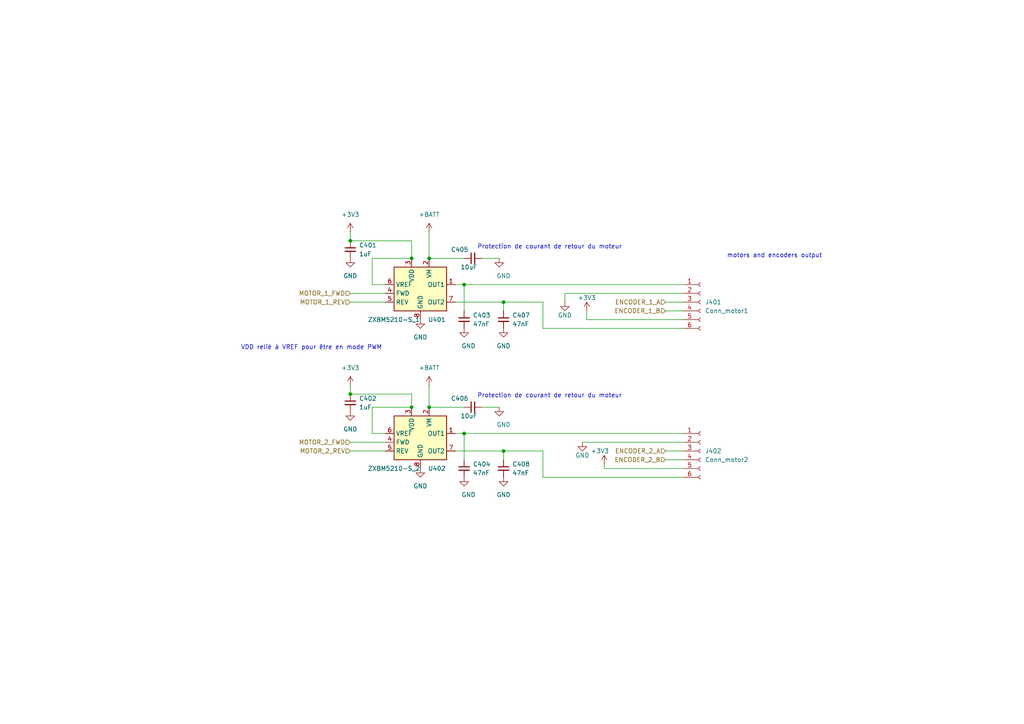
<source format=kicad_sch>
(kicad_sch (version 20230121) (generator eeschema)
  (paper "A4")
  (lib_symbols
    (symbol "Connector:Conn_01x06_Socket" (pin_names (offset 1.016) hide)
      (property "Reference" "J" (at 0 7.62 0))
      (property "Value" "Conn_01x06_Socket" (at 0 -10.16 0))
      (symbol "Conn_01x06_Socket_1_1"
        (arc (start 0 -7.112) (mid -0.5058 -7.62) (end 0 -8.128) (stroke (width 0.1524)))
        (arc (start 0 -4.572) (mid -0.5058 -5.08) (end 0 -5.588) (stroke (width 0.1524)))
        (arc (start 0 -2.032) (mid -0.5058 -2.54) (end 0 -3.048) (stroke (width 0.1524)))
        (polyline (pts (xy -1.27 -7.62) (xy -0.508 -7.62)) (stroke (width 0.1524)))
        (polyline (pts (xy -1.27 -5.08) (xy -0.508 -5.08)) (stroke (width 0.1524)))
        (polyline (pts (xy -1.27 -2.54) (xy -0.508 -2.54)) (stroke (width 0.1524)))
        (polyline (pts (xy -1.27 0) (xy -0.508 0)) (stroke (width 0.1524)))
        (polyline (pts (xy -1.27 2.54) (xy -0.508 2.54)) (stroke (width 0.1524)))
        (polyline (pts (xy -1.27 5.08) (xy -0.508 5.08)) (stroke (width 0.1524)))
        (arc (start 0 0.508) (mid -0.5058 0) (end 0 -0.508) (stroke (width 0.1524)))
        (arc (start 0 3.048) (mid -0.5058 2.54) (end 0 2.032) (stroke (width 0.1524)))
        (arc (start 0 5.588) (mid -0.5058 5.08) (end 0 4.572) (stroke (width 0.1524)))
        (pin passive line (at -5.08 5.08 0) (length 3.81) (name "Pin_1") (number "1"))
        (pin passive line (at -5.08 2.54 0) (length 3.81) (name "Pin_2") (number "2"))
        (pin passive line (at -5.08 0 0) (length 3.81) (name "Pin_3") (number "3"))
        (pin passive line (at -5.08 -2.54 0) (length 3.81) (name "Pin_4") (number "4"))
        (pin passive line (at -5.08 -5.08 0) (length 3.81) (name "Pin_5") (number "5"))
        (pin passive line (at -5.08 -7.62 0) (length 3.81) (name "Pin_6") (number "6"))
      )
    )
    (symbol "Device:C_Small" (pin_numbers hide) (pin_names (offset 0.254) hide)
      (property "Reference" "C" (at 0.254 1.778 0))
      (property "Value" "C_Small" (at 0.254 -2.032 0))
      (symbol "C_Small_0_1"
        (polyline (pts (xy -1.524 -0.508) (xy 1.524 -0.508)) (stroke (width 0.3302)))
        (polyline (pts (xy -1.524 0.508) (xy 1.524 0.508)) (stroke (width 0.3048)))
      )
      (symbol "C_Small_1_1"
        (pin passive line (at 0 2.54 270) (length 2.032) (name "~") (number "1"))
        (pin passive line (at 0 -2.54 90) (length 2.032) (name "~") (number "2"))
      )
    )
    (symbol "Driver_Motor:ZXBM5210-S"
      (property "Reference" "U" (at -7.62 8.89 0))
      (property "Value" "ZXBM5210-S" (at 10.16 8.89 0))
      (symbol "ZXBM5210-S_0_0"
        (pin output line (at 10.16 2.54 180) (length 2.54) (name "OUT1") (number "1"))
        (pin power_in line (at 2.54 10.16 270) (length 2.54) (name "VM") (number "2"))
        (pin power_in line (at -2.54 10.16 270) (length 2.54) (name "VDD") (number "3"))
        (pin input line (at -10.16 0 0) (length 2.54) (name "FWD") (number "4"))
        (pin input line (at -10.16 -2.54 0) (length 2.54) (name "REV") (number "5"))
        (pin input line (at -10.16 2.54 0) (length 2.54) (name "VREF") (number "6"))
        (pin output line (at 10.16 -2.54 180) (length 2.54) (name "OUT2") (number "7"))
        (pin power_in line (at 0 -7.62 90) (length 2.54) (name "GND") (number "8"))
      )
      (symbol "ZXBM5210-S_0_1"
        (rectangle (start -7.62 7.62) (end 7.62 -5.08) (stroke (width 0.254)) (fill (type background)))
      )
    )
    (symbol "power:+3V3" (power) (pin_names (offset 0))
      (property "Value" "+3V3" (at 0 3.556 0))
      (symbol "+3V3_0_1"
        (polyline (pts (xy -0.762 1.27) (xy 0 2.54)))
        (polyline (pts (xy 0 0) (xy 0 2.54)))
        (polyline (pts (xy 0 2.54) (xy 0.762 1.27)))
      )
      (symbol "+3V3_1_1"
        (pin power_in line (at 0 0 90) (length 0) hide (name "+3V3") (number "1"))
      )
    )
    (symbol "power:+BATT" (power) (pin_names (offset 0))
      (property "Value" "+BATT" (at 0 3.556 0))
      (symbol "+BATT_0_1"
        (polyline (pts (xy -0.762 1.27) (xy 0 2.54)))
        (polyline (pts (xy 0 0) (xy 0 2.54)))
        (polyline (pts (xy 0 2.54) (xy 0.762 1.27)))
      )
      (symbol "+BATT_1_1"
        (pin power_in line (at 0 0 90) (length 0) hide (name "+BATT") (number "1"))
      )
    )
    (symbol "power:GND" (power) (pin_names (offset 0))
      (property "Value" "GND" (at 0 -3.81 0))
      (symbol "GND_0_1"
        (polyline (pts (xy 0 0) (xy 0 -1.27) (xy 1.27 -1.27) (xy 0 -2.54) (xy -1.27 -1.27) (xy 0 -1.27)))
      )
      (symbol "GND_1_1"
        (pin power_in line (at 0 0 270) (length 0) hide (name "GND") (number "1"))
      )
    )
  )
  (junction (at 146.05 87.63))
  (junction (at 101.6 114.3))
  (junction (at 134.62 82.55))
  (junction (at 134.62 125.73))
  (junction (at 119.38 74.93))
  (junction (at 146.05 130.81))
  (junction (at 124.46 74.93))
  (junction (at 124.46 118.11))
  (junction (at 119.38 118.11))
  (junction (at 101.6 69.85))
  (wire (pts (xy 119.38 74.93) (xy 107.95 74.93)))
  (wire (pts (xy 107.95 74.93) (xy 107.95 82.55)))
  (wire (pts (xy 111.76 125.73) (xy 107.95 125.73)))
  (wire (pts (xy 198.12 92.71) (xy 170.18 92.71)))
  (wire (pts (xy 124.46 67.31) (xy 124.46 74.93)))
  (wire (pts (xy 144.78 118.11) (xy 139.7 118.11)))
  (wire (pts (xy 146.05 130.81) (xy 146.05 133.35)))
  (wire (pts (xy 119.38 69.85) (xy 119.38 74.93)))
  (wire (pts (xy 101.6 130.81) (xy 111.76 130.81)))
  (wire (pts (xy 132.08 125.73) (xy 134.62 125.73)))
  (wire (pts (xy 132.08 82.55) (xy 134.62 82.55)))
  (wire (pts (xy 119.38 118.11) (xy 107.95 118.11)))
  (wire (pts (xy 119.38 114.3) (xy 119.38 118.11)))
  (wire (pts (xy 111.76 82.55) (xy 107.95 82.55)))
  (wire (pts (xy 193.04 133.35) (xy 198.12 133.35)))
  (wire (pts (xy 144.78 74.93) (xy 139.7 74.93)))
  (wire (pts (xy 134.62 82.55) (xy 198.12 82.55)))
  (wire (pts (xy 193.04 130.81) (xy 198.12 130.81)))
  (wire (pts (xy 132.08 130.81) (xy 146.05 130.81)))
  (wire (pts (xy 101.6 85.09) (xy 111.76 85.09)))
  (wire (pts (xy 124.46 118.11) (xy 134.62 118.11)))
  (wire (pts (xy 193.04 87.63) (xy 198.12 87.63)))
  (wire (pts (xy 157.48 138.43) (xy 157.48 130.81)))
  (wire (pts (xy 101.6 69.85) (xy 119.38 69.85)))
  (wire (pts (xy 157.48 138.43) (xy 198.12 138.43)))
  (wire (pts (xy 157.48 95.25) (xy 198.12 95.25)))
  (wire (pts (xy 157.48 87.63) (xy 157.48 95.25)))
  (wire (pts (xy 101.6 111.76) (xy 101.6 114.3)))
  (wire (pts (xy 193.04 90.17) (xy 198.12 90.17)))
  (wire (pts (xy 134.62 90.17) (xy 134.62 82.55)))
  (wire (pts (xy 107.95 118.11) (xy 107.95 125.73)))
  (wire (pts (xy 101.6 128.27) (xy 111.76 128.27)))
  (wire (pts (xy 124.46 111.76) (xy 124.46 118.11)))
  (wire (pts (xy 101.6 87.63) (xy 111.76 87.63)))
  (wire (pts (xy 132.08 87.63) (xy 146.05 87.63)))
  (wire (pts (xy 175.26 134.62) (xy 175.26 135.89)))
  (wire (pts (xy 198.12 135.89) (xy 175.26 135.89)))
  (wire (pts (xy 134.62 125.73) (xy 198.12 125.73)))
  (wire (pts (xy 101.6 114.3) (xy 119.38 114.3)))
  (wire (pts (xy 146.05 87.63) (xy 157.48 87.63)))
  (wire (pts (xy 170.18 90.17) (xy 170.18 92.71)))
  (wire (pts (xy 124.46 74.93) (xy 134.62 74.93)))
  (wire (pts (xy 146.05 87.63) (xy 146.05 90.17)))
  (wire (pts (xy 134.62 133.35) (xy 134.62 125.73)))
  (wire (pts (xy 163.83 87.63) (xy 163.83 85.09)))
  (wire (pts (xy 146.05 130.81) (xy 157.48 130.81)))
  (wire (pts (xy 163.83 85.09) (xy 198.12 85.09)))
  (wire (pts (xy 168.91 128.27) (xy 198.12 128.27)))
  (wire (pts (xy 101.6 67.31) (xy 101.6 69.85)))
  (text "Protection de courant de retour du moteur\n" (at 138.43 72.39 0) (effects (font (size 1.27 1.27)) (justify left bottom)))
  (text "motors and encoders output" (at 210.82 74.93 0) (effects (font (size 1.27 1.27)) (justify left bottom)))
  (text "Protection de courant de retour du moteur\n" (at 138.43 115.57 0) (effects (font (size 1.27 1.27)) (justify left bottom)))
  (text "VDD relié à VREF pour être en mode PWM" (at 69.85 101.6 0) (effects (font (size 1.27 1.27)) (justify left bottom)))
  (hierarchical_label "MOTOR_1_FWD" (shape input) (at 101.6 85.09 180))
  (hierarchical_label "MOTOR_2_FWD" (shape input) (at 101.6 128.27 180))
  (hierarchical_label "ENCODER_1_A" (shape input) (at 193.04 87.63 180))
  (hierarchical_label "ENCODER_2_A" (shape input) (at 193.04 130.81 180))
  (hierarchical_label "MOTOR_1_REV" (shape input) (at 101.6 87.63 180))
  (hierarchical_label "ENCODER_2_B" (shape input) (at 193.04 133.35 180))
  (hierarchical_label "MOTOR_2_REV" (shape input) (at 101.6 130.81 180))
  (hierarchical_label "ENCODER_1_B" (shape input) (at 193.04 90.17 180))
  (symbol (lib_id "Device:C_Small") (at 101.6 72.39 0) (unit 1)
    (property "Reference" "C401" (at 104.14 71.1263 0) (effects (justify left)))
    (property "Value" "1uF" (at 104.14 73.6663 0) (effects (justify left)))
    (property "Footprint" "Capacitor_SMD:C_0603_1608Metric" (effects hide))
  )
  (symbol (lib_id "power:GND") (at 121.92 135.89 0) (unit 1)
    (property "Reference" "#PWR0406" (effects hide))
    (property "Value" "GND" (at 121.92 140.97 0))
  )
  (symbol (lib_id "Connector:Conn_01x06_Socket") (at 203.2 130.81 0) (unit 1)
    (property "Reference" "J402" (at 204.47 130.81 0) (effects (justify left)))
    (property "Value" "Conn_motor2" (at 204.47 133.35 0) (effects (justify left)))
    (property "Footprint" "Connector_JST:JST_XH_S6B-XH-A_1x06_P2.50mm_Horizontal" (effects hide))
  )
  (symbol (lib_id "power:GND") (at 163.83 87.63 0) (unit 1)
    (property "Reference" "#PWR0415" (effects hide))
    (property "Value" "GND" (at 163.83 91.44 0))
  )
  (symbol (lib_id "Device:C_Small") (at 137.16 74.93 90) (unit 1)
    (property "Reference" "C405" (at 135.89 72.39 90) (effects (justify left)))
    (property "Value" "10uF" (at 138.43 77.47 90) (effects (justify left)))
    (property "Footprint" "Capacitor_SMD:CP_Elec_5x5.4" (effects hide))
  )
  (symbol (lib_id "power:+3V3") (at 101.6 67.31 0) (unit 1)
    (property "Reference" "#PWR0401" (effects hide))
    (property "Value" "+3V3" (at 101.6 62.23 0))
  )
  (symbol (lib_id "power:GND") (at 146.05 138.43 0) (unit 1)
    (property "Reference" "#PWR0414" (effects hide))
    (property "Value" "GND" (at 146.05 143.51 0))
  )
  (symbol (lib_id "Device:C_Small") (at 134.62 135.89 0) (unit 1)
    (property "Reference" "C404" (at 137.16 134.6263 0) (effects (justify left)))
    (property "Value" "47nF" (at 137.16 137.1663 0) (effects (justify left)))
    (property "Footprint" "Capacitor_SMD:C_0603_1608Metric" (effects hide))
  )
  (symbol (lib_id "Driver_Motor:ZXBM5210-S") (at 121.92 128.27 0) (unit 1)
    (property "Reference" "U402" (at 124.1141 135.89 0) (effects (justify left)))
    (property "Value" "ZXBM5210-S_2" (at 106.68 135.89 0) (effects (justify left)))
    (property "Footprint" "Package_SO:SOIC-8-1EP_3.9x4.9mm_P1.27mm_EP2.62x3.51mm" (effects hide))
    (property "Datasheet" "https://www.diodes.com/assets/Datasheets/ZXBM5210.pdf" (effects hide))
  )
  (symbol (lib_id "power:GND") (at 144.78 74.93 0) (unit 1)
    (property "Reference" "#PWR0411" (effects hide))
    (property "Value" "GND" (at 146.05 80.01 0))
  )
  (symbol (lib_id "power:GND") (at 101.6 119.38 0) (unit 1)
    (property "Reference" "#PWR0404" (effects hide))
    (property "Value" "GND" (at 101.6 124.46 0))
  )
  (symbol (lib_id "power:+3V3") (at 170.18 90.17 0) (unit 1)
    (property "Reference" "#PWR0417" (effects hide))
    (property "Value" "+3V3" (at 170.18 86.36 0))
  )
  (symbol (lib_id "power:+3V3") (at 101.6 111.76 0) (unit 1)
    (property "Reference" "#PWR0403" (effects hide))
    (property "Value" "+3V3" (at 101.6 106.68 0))
  )
  (symbol (lib_id "power:GND") (at 144.78 118.11 0) (unit 1)
    (property "Reference" "#PWR0412" (effects hide))
    (property "Value" "GND" (at 146.05 123.19 0))
  )
  (symbol (lib_id "Device:C_Small") (at 137.16 118.11 90) (unit 1)
    (property "Reference" "C406" (at 135.89 115.57 90) (effects (justify left)))
    (property "Value" "10uF" (at 138.43 120.65 90) (effects (justify left)))
    (property "Footprint" "Capacitor_SMD:CP_Elec_5x5.4" (effects hide))
  )
  (symbol (lib_id "Device:C_Small") (at 134.62 92.71 0) (unit 1)
    (property "Reference" "C403" (at 137.16 91.4463 0) (effects (justify left)))
    (property "Value" "47nF" (at 137.16 93.9863 0) (effects (justify left)))
    (property "Footprint" "Capacitor_SMD:C_0603_1608Metric" (effects hide))
  )
  (symbol (lib_id "power:GND") (at 134.62 138.43 0) (unit 1)
    (property "Reference" "#PWR0410" (effects hide))
    (property "Value" "GND" (at 135.89 143.51 0))
  )
  (symbol (lib_id "power:+BATT") (at 124.46 111.76 0) (unit 1)
    (property "Reference" "#PWR0408" (effects hide))
    (property "Value" "+BATT" (at 124.46 106.68 0))
  )
  (symbol (lib_id "power:GND") (at 146.05 95.25 0) (unit 1)
    (property "Reference" "#PWR0413" (effects hide))
    (property "Value" "GND" (at 146.05 100.33 0))
  )
  (symbol (lib_id "power:GND") (at 101.6 74.93 0) (unit 1)
    (property "Reference" "#PWR0402" (effects hide))
    (property "Value" "GND" (at 101.6 80.01 0))
  )
  (symbol (lib_id "power:+3V3") (at 175.26 134.62 0) (unit 1)
    (property "Reference" "#PWR0418" (effects hide))
    (property "Value" "+3V3" (at 173.99 130.81 0))
  )
  (symbol (lib_id "power:+BATT") (at 124.46 67.31 0) (unit 1)
    (property "Reference" "#PWR0407" (effects hide))
    (property "Value" "+BATT" (at 124.46 62.23 0))
  )
  (symbol (lib_id "Device:C_Small") (at 146.05 135.89 0) (unit 1)
    (property "Reference" "C408" (at 148.59 134.6263 0) (effects (justify left)))
    (property "Value" "47nF" (at 148.59 137.1663 0) (effects (justify left)))
    (property "Footprint" "Capacitor_SMD:C_0603_1608Metric" (effects hide))
  )
  (symbol (lib_id "power:GND") (at 168.91 128.27 0) (unit 1)
    (property "Reference" "#PWR0416" (effects hide))
    (property "Value" "GND" (at 168.91 132.08 0))
  )
  (symbol (lib_id "power:GND") (at 134.62 95.25 0) (unit 1)
    (property "Reference" "#PWR0409" (effects hide))
    (property "Value" "GND" (at 135.89 100.33 0))
  )
  (symbol (lib_id "Device:C_Small") (at 101.6 116.84 0) (unit 1)
    (property "Reference" "C402" (at 104.14 115.5763 0) (effects (justify left)))
    (property "Value" "1uF" (at 104.14 118.1163 0) (effects (justify left)))
    (property "Footprint" "Capacitor_SMD:C_0603_1608Metric" (effects hide))
  )
  (symbol (lib_id "Connector:Conn_01x06_Socket") (at 203.2 87.63 0) (unit 1)
    (property "Reference" "J401" (at 204.47 87.63 0) (effects (justify left)))
    (property "Value" "Conn_motor1" (at 204.47 90.17 0) (effects (justify left)))
    (property "Footprint" "Connector_JST:JST_XH_S6B-XH-A_1x06_P2.50mm_Horizontal" (effects hide))
  )
  (symbol (lib_id "power:GND") (at 121.92 92.71 0) (unit 1)
    (property "Reference" "#PWR0405" (effects hide))
    (property "Value" "GND" (at 121.92 97.79 0))
  )
  (symbol (lib_id "Device:C_Small") (at 146.05 92.71 0) (unit 1)
    (property "Reference" "C407" (at 148.59 91.4463 0) (effects (justify left)))
    (property "Value" "47nF" (at 148.59 93.9863 0) (effects (justify left)))
    (property "Footprint" "Capacitor_SMD:C_0603_1608Metric" (effects hide))
  )
  (symbol (lib_id "Driver_Motor:ZXBM5210-S") (at 121.92 85.09 0) (unit 1)
    (property "Reference" "U401" (at 124.1141 92.71 0) (effects (justify left)))
    (property "Value" "ZXBM5210-S_1" (at 106.68 92.71 0) (effects (justify left)))
    (property "Footprint" "Package_SO:SOIC-8-1EP_3.9x4.9mm_P1.27mm_EP2.62x3.51mm" (effects hide))
    (property "Datasheet" "https://www.diodes.com/assets/Datasheets/ZXBM5210.pdf" (effects hide))
  )
)
</source>
